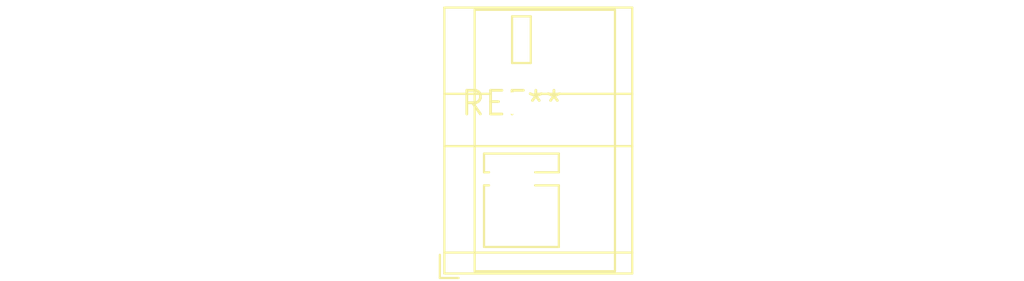
<source format=kicad_pcb>
(kicad_pcb (version 20240108) (generator pcbnew)
  (layers (0 "F.Cu" signal) (31 "B.Cu" signal) (34 "B.Paste" user) (35 "F.Paste" user) (36 "B.SilkS" user "B.Silkscreen") (37 "F.SilkS" user "F.Silkscreen") (38 "B.Mask" user) (39 "F.Mask" user) (44 "Edge.Cuts" user))
  (net 0 "")
  (footprint "TerminalBlock_WAGO_236-501_1x01_P7.50mm_45Degree" (layer "F.Cu") (at 0 0)
    (property "Reference" "REF**")
    (property "Value" "TerminalBlock_WAGO_236-501_1x01_P7.50mm_45Degree")
    (fp_line (start -3.86 8.12) (end -3.86 9.36) (layer "F.SilkS") (stroke (width 0.12)))
    (fp_line (start -3.86 9.36) (end -2.86 9.36) (layer "F.SilkS") (stroke (width 0.12)))
    (fp_line (start -3.62 -5.12) (end -3.62 9.12) (layer "F.SilkS") (stroke (width 0.12)))
    (fp_line (start -3.62 -5.12) (end 6.421 -5.12) (layer "F.SilkS") (stroke (width 0.12)))
    (fp_line (start -3.62 -0.5) (end -1.23 -0.5) (layer "F.SilkS") (stroke (width 0.12)))
    (fp_line (start -3.62 2.3) (end 6.421 2.3) (layer "F.SilkS") (stroke (width 0.12)))
    (fp_line (start -3.62 8) (end 6.421 8) (layer "F.SilkS") (stroke (width 0.12)))
    (fp_line (start -3.62 9.12) (end 6.421 9.12) (layer "F.SilkS") (stroke (width 0.12)))
    (fp_line (start -2 -5) (end -2 9) (layer "F.SilkS") (stroke (width 0.12)))
    (fp_line (start -2 -5) (end 5.5 -5) (layer "F.SilkS") (stroke (width 0.12)))
    (fp_line (start -2 9) (end 5.5 9) (layer "F.SilkS") (stroke (width 0.12)))
    (fp_line (start -1.5 2.7) (end -1.5 3.7) (layer "F.SilkS") (stroke (width 0.12)))
    (fp_line (start -1.5 2.7) (end 2.5 2.7) (layer "F.SilkS") (stroke (width 0.12)))
    (fp_line (start -1.5 3.7) (end -1.23 3.7) (layer "F.SilkS") (stroke (width 0.12)))
    (fp_line (start -1.5 4.4) (end -1.5 7.7) (layer "F.SilkS") (stroke (width 0.12)))
    (fp_line (start -1.5 4.4) (end -1.23 4.4) (layer "F.SilkS") (stroke (width 0.12)))
    (fp_line (start -1.5 7.7) (end 2.5 7.7) (layer "F.SilkS") (stroke (width 0.12)))
    (fp_line (start 0 -4.65) (end 0 -2.151) (layer "F.SilkS") (stroke (width 0.12)))
    (fp_line (start 0 -4.65) (end 1 -4.65) (layer "F.SilkS") (stroke (width 0.12)))
    (fp_line (start 0 -2.151) (end 1 -2.151) (layer "F.SilkS") (stroke (width 0.12)))
    (fp_line (start 1 -4.65) (end 1 -2.151) (layer "F.SilkS") (stroke (width 0.12)))
    (fp_line (start 1.23 -0.5) (end 6.421 -0.5) (layer "F.SilkS") (stroke (width 0.12)))
    (fp_line (start 1.23 3.7) (end 2.5 3.7) (layer "F.SilkS") (stroke (width 0.12)))
    (fp_line (start 1.23 4.4) (end 2.5 4.4) (layer "F.SilkS") (stroke (width 0.12)))
    (fp_line (start 2.5 2.7) (end 2.5 3.7) (layer "F.SilkS") (stroke (width 0.12)))
    (fp_line (start 2.5 4.4) (end 2.5 7.7) (layer "F.SilkS") (stroke (width 0.12)))
    (fp_line (start 5.5 -5) (end 5.5 9) (layer "F.SilkS") (stroke (width 0.12)))
    (fp_line (start 6.421 -5.12) (end 6.421 9.12) (layer "F.SilkS") (stroke (width 0.12)))
    (pad "1" thru_hole rect (at 0 0) (size 1.5 3) (drill 1.15) (layers *.Cu *.Mask) (remove_unused_layers))
    (pad "1" thru_hole rect (at 0 5) (size 1.5 3) (drill 1.15) (layers *.Cu *.Mask) (remove_unused_layers))
  )
)
</source>
